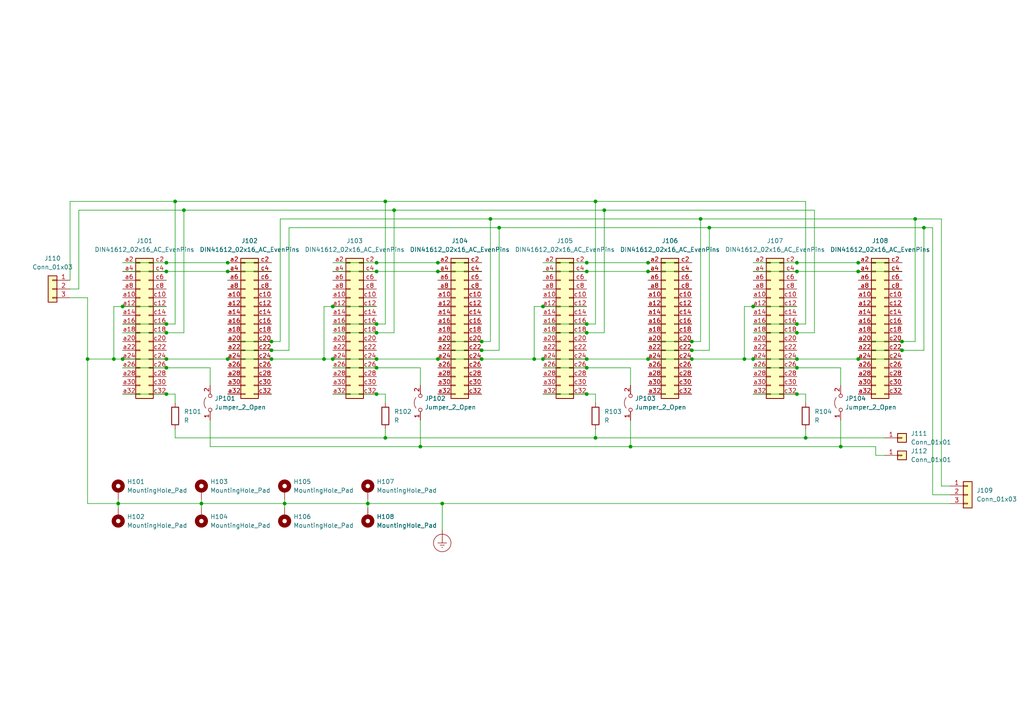
<source format=kicad_sch>
(kicad_sch (version 20211123) (generator eeschema)
  (paper "A4")
  (lib_symbols
    (symbol "Connector:DIN41612_02x16_AC_EvenPins" (pin_names (offset 1.016) hide)
      (property "Reference" "J" (at 1.27 20.32 0))
      (property "Value" "DIN41612_02x16_AC_EvenPins" (at 1.27 -22.86 0))
      (symbol "DIN41612_02x16_AC_EvenPins_1_1"
        (rectangle (start -1.27 -20.193) (end 0 -20.447) (stroke (width 0.1524)))
        (rectangle (start -1.27 -17.653) (end 0 -17.907) (stroke (width 0.1524)))
        (rectangle (start -1.27 -15.113) (end 0 -15.367) (stroke (width 0.1524)))
        (rectangle (start -1.27 -12.573) (end 0 -12.827) (stroke (width 0.1524)))
        (rectangle (start -1.27 -10.033) (end 0 -10.287) (stroke (width 0.1524)))
        (rectangle (start -1.27 -7.493) (end 0 -7.747) (stroke (width 0.1524)))
        (rectangle (start -1.27 -4.953) (end 0 -5.207) (stroke (width 0.1524)))
        (rectangle (start -1.27 -2.413) (end 0 -2.667) (stroke (width 0.1524)))
        (rectangle (start -1.27 0.127) (end 0 -0.127) (stroke (width 0.1524)))
        (rectangle (start -1.27 2.667) (end 0 2.413) (stroke (width 0.1524)))
        (rectangle (start -1.27 5.207) (end 0 4.953) (stroke (width 0.1524)))
        (rectangle (start -1.27 7.747) (end 0 7.493) (stroke (width 0.1524)))
        (rectangle (start -1.27 10.287) (end 0 10.033) (stroke (width 0.1524)))
        (rectangle (start -1.27 12.827) (end 0 12.573) (stroke (width 0.1524)))
        (rectangle (start -1.27 15.367) (end 0 15.113) (stroke (width 0.1524)))
        (rectangle (start -1.27 17.907) (end 0 17.653) (stroke (width 0.1524)))
        (rectangle (start -1.27 19.05) (end 3.81 -21.59) (stroke (width 0.254)) (fill (type background)))
        (rectangle (start 3.81 -20.193) (end 2.54 -20.447) (stroke (width 0.1524)))
        (rectangle (start 3.81 -17.653) (end 2.54 -17.907) (stroke (width 0.1524)))
        (rectangle (start 3.81 -15.113) (end 2.54 -15.367) (stroke (width 0.1524)))
        (rectangle (start 3.81 -12.573) (end 2.54 -12.827) (stroke (width 0.1524)))
        (rectangle (start 3.81 -10.033) (end 2.54 -10.287) (stroke (width 0.1524)))
        (rectangle (start 3.81 -7.493) (end 2.54 -7.747) (stroke (width 0.1524)))
        (rectangle (start 3.81 -4.953) (end 2.54 -5.207) (stroke (width 0.1524)))
        (rectangle (start 3.81 -2.413) (end 2.54 -2.667) (stroke (width 0.1524)))
        (rectangle (start 3.81 0.127) (end 2.54 -0.127) (stroke (width 0.1524)))
        (rectangle (start 3.81 2.667) (end 2.54 2.413) (stroke (width 0.1524)))
        (rectangle (start 3.81 5.207) (end 2.54 4.953) (stroke (width 0.1524)))
        (rectangle (start 3.81 7.747) (end 2.54 7.493) (stroke (width 0.1524)))
        (rectangle (start 3.81 10.287) (end 2.54 10.033) (stroke (width 0.1524)))
        (rectangle (start 3.81 12.827) (end 2.54 12.573) (stroke (width 0.1524)))
        (rectangle (start 3.81 15.367) (end 2.54 15.113) (stroke (width 0.1524)))
        (rectangle (start 3.81 17.907) (end 2.54 17.653) (stroke (width 0.1524)))
        (pin passive line (at -5.08 7.62 0) (length 3.81) (name "Pin_a10") (number "a10"))
        (pin passive line (at -5.08 5.08 0) (length 3.81) (name "Pin_a12") (number "a12"))
        (pin passive line (at -5.08 2.54 0) (length 3.81) (name "Pin_a14") (number "a14"))
        (pin passive line (at -5.08 0 0) (length 3.81) (name "Pin_a16") (number "a16"))
        (pin passive line (at -5.08 -2.54 0) (length 3.81) (name "Pin_a18") (number "a18"))
        (pin passive line (at -5.08 17.78 0) (length 3.81) (name "Pin_a2") (number "a2"))
        (pin passive line (at -5.08 -5.08 0) (length 3.81) (name "Pin_a20") (number "a20"))
        (pin passive line (at -5.08 -7.62 0) (length 3.81) (name "Pin_a22") (number "a22"))
        (pin passive line (at -5.08 -10.16 0) (length 3.81) (name "Pin_a24") (number "a24"))
        (pin passive line (at -5.08 -12.7 0) (length 3.81) (name "Pin_a26") (number "a26"))
        (pin passive line (at -5.08 -15.24 0) (length 3.81) (name "Pin_a28") (number "a28"))
        (pin passive line (at -5.08 -17.78 0) (length 3.81) (name "Pin_a30") (number "a30"))
        (pin passive line (at -5.08 -20.32 0) (length 3.81) (name "Pin_a32") (number "a32"))
        (pin passive line (at -5.08 15.24 0) (length 3.81) (name "Pin_a4") (number "a4"))
        (pin passive line (at -5.08 12.7 0) (length 3.81) (name "Pin_a6") (number "a6"))
        (pin passive line (at -5.08 10.16 0) (length 3.81) (name "Pin_a8") (number "a8"))
        (pin passive line (at 7.62 7.62 180) (length 3.81) (name "Pin_c10") (number "c10"))
        (pin passive line (at 7.62 5.08 180) (length 3.81) (name "Pin_c12") (number "c12"))
        (pin passive line (at 7.62 2.54 180) (length 3.81) (name "Pin_c14") (number "c14"))
        (pin passive line (at 7.62 0 180) (length 3.81) (name "Pin_c16") (number "c16"))
        (pin passive line (at 7.62 -2.54 180) (length 3.81) (name "Pin_c18") (number "c18"))
        (pin passive line (at 7.62 17.78 180) (length 3.81) (name "Pin_c2") (number "c2"))
        (pin passive line (at 7.62 -5.08 180) (length 3.81) (name "Pin_c20") (number "c20"))
        (pin passive line (at 7.62 -7.62 180) (length 3.81) (name "Pin_c22") (number "c22"))
        (pin passive line (at 7.62 -10.16 180) (length 3.81) (name "Pin_c24") (number "c24"))
        (pin passive line (at 7.62 -12.7 180) (length 3.81) (name "Pin_c26") (number "c26"))
        (pin passive line (at 7.62 -15.24 180) (length 3.81) (name "Pin_c28") (number "c28"))
        (pin passive line (at 7.62 -17.78 180) (length 3.81) (name "Pin_c30") (number "c30"))
        (pin passive line (at 7.62 -20.32 180) (length 3.81) (name "Pin_c32") (number "c32"))
        (pin passive line (at 7.62 15.24 180) (length 3.81) (name "Pin_c4") (number "c4"))
        (pin passive line (at 7.62 12.7 180) (length 3.81) (name "Pin_c6") (number "c6"))
        (pin passive line (at 7.62 10.16 180) (length 3.81) (name "Pin_c8") (number "c8"))
      )
    )
    (symbol "Connector_Generic:Conn_01x01" (pin_names (offset 1.016) hide)
      (property "Reference" "J" (at 0 2.54 0))
      (property "Value" "Conn_01x01" (at 0 -2.54 0))
      (symbol "Conn_01x01_1_1"
        (rectangle (start -1.27 0.127) (end 0 -0.127) (stroke (width 0.1524)))
        (rectangle (start -1.27 1.27) (end 1.27 -1.27) (stroke (width 0.254)) (fill (type background)))
        (pin passive line (at -5.08 0 0) (length 3.81) (name "Pin_1") (number "1"))
      )
    )
    (symbol "Connector_Generic:Conn_01x03" (pin_names (offset 1.016) hide)
      (property "Reference" "J" (at 0 5.08 0))
      (property "Value" "Conn_01x03" (at 0 -5.08 0))
      (symbol "Conn_01x03_1_1"
        (rectangle (start -1.27 -2.413) (end 0 -2.667) (stroke (width 0.1524)))
        (rectangle (start -1.27 0.127) (end 0 -0.127) (stroke (width 0.1524)))
        (rectangle (start -1.27 2.667) (end 0 2.413) (stroke (width 0.1524)))
        (rectangle (start -1.27 3.81) (end 1.27 -3.81) (stroke (width 0.254)) (fill (type background)))
        (pin passive line (at -5.08 2.54 0) (length 3.81) (name "Pin_1") (number "1"))
        (pin passive line (at -5.08 0 0) (length 3.81) (name "Pin_2") (number "2"))
        (pin passive line (at -5.08 -2.54 0) (length 3.81) (name "Pin_3") (number "3"))
      )
    )
    (symbol "Device:R" (pin_numbers hide) (pin_names (offset 0))
      (property "Reference" "R" (at 2.032 0 90))
      (property "Value" "R" (at 0 0 90))
      (symbol "R_0_1"
        (rectangle (start -1.016 -2.54) (end 1.016 2.54) (stroke (width 0.254)))
      )
      (symbol "R_1_1"
        (pin passive line (at 0 3.81 270) (length 1.27) (name "~") (number "1"))
        (pin passive line (at 0 -3.81 90) (length 1.27) (name "~") (number "2"))
      )
    )
    (symbol "Jumper:Jumper_2_Open" (pin_names (offset 0) hide)
      (property "Reference" "JP" (at 0 2.794 0))
      (property "Value" "Jumper_2_Open" (at 0 -2.286 0))
      (symbol "Jumper_2_Open_0_0"
        (circle (center -2.032 0) (radius 0.508))
        (circle (center 2.032 0) (radius 0.508))
      )
      (symbol "Jumper_2_Open_0_1"
        (arc (start 1.524 1.27) (mid 0 1.778) (end -1.524 1.27))
      )
      (symbol "Jumper_2_Open_1_1"
        (pin passive line (at -5.08 0 0) (length 2.54) (name "A") (number "1"))
        (pin passive line (at 5.08 0 180) (length 2.54) (name "B") (number "2"))
      )
    )
    (symbol "Mechanical:MountingHole_Pad" (pin_numbers hide) (pin_names (offset 1.016) hide)
      (property "Reference" "H" (at 0 6.35 0))
      (property "Value" "MountingHole_Pad" (at 0 4.445 0))
      (symbol "MountingHole_Pad_0_1"
        (circle (center 0 1.27) (radius 1.27) (stroke (width 1.27)))
      )
      (symbol "MountingHole_Pad_1_1"
        (pin input line (at 0 -2.54 90) (length 2.54) (name "1") (number "1"))
      )
    )
    (symbol "power:Earth_Protective" (power) (pin_names (offset 0))
      (symbol "Earth_Protective_0_1"
        (circle (center 0 -3.81) (radius 2.54))
        (polyline (pts (xy -0.635 -4.445) (xy 0.635 -4.445)))
        (polyline (pts (xy -0.127 -5.08) (xy 0.127 -5.08)))
        (polyline (pts (xy 0 -3.81) (xy 0 0)))
        (polyline (pts (xy 1.27 -3.81) (xy -1.27 -3.81)))
      )
      (symbol "Earth_Protective_1_1"
        (pin power_in line (at 0 0 270) (length 0) hide (name "Earth_Protective") (number "1"))
      )
    )
  )
  (junction (at 267.97 66.04))
  (junction (at 231.14 114.3))
  (junction (at 121.92 129.54))
  (junction (at 231.14 76.2))
  (junction (at 170.18 76.2))
  (junction (at 248.92 76.2))
  (junction (at 205.74 66.04))
  (junction (at 93.98 104.14))
  (junction (at 66.04 104.14))
  (junction (at 33.02 104.14))
  (junction (at 187.96 78.74))
  (junction (at 142.24 63.5))
  (junction (at 48.26 76.2))
  (junction (at 109.22 106.68))
  (junction (at 231.14 104.14))
  (junction (at 248.92 104.14))
  (junction (at 200.66 99.06))
  (junction (at 96.52 104.14))
  (junction (at 170.18 104.14))
  (junction (at 35.56 104.14))
  (junction (at 231.14 78.74))
  (junction (at 261.62 99.06))
  (junction (at 109.22 93.98))
  (junction (at 25.4 104.14))
  (junction (at 261.62 101.6))
  (junction (at 248.92 78.74))
  (junction (at 139.7 104.14))
  (junction (at 157.48 104.14))
  (junction (at 35.56 88.9))
  (junction (at 139.7 101.6))
  (junction (at 109.22 104.14))
  (junction (at 48.26 106.68))
  (junction (at 109.22 76.2))
  (junction (at 154.94 104.14))
  (junction (at 144.78 66.04))
  (junction (at 78.74 101.6))
  (junction (at 48.26 104.14))
  (junction (at 231.14 106.68))
  (junction (at 48.26 96.52))
  (junction (at 66.04 76.2))
  (junction (at 106.68 146.05))
  (junction (at 34.29 146.05))
  (junction (at 218.44 104.14))
  (junction (at 170.18 96.52))
  (junction (at 157.48 88.9))
  (junction (at 170.18 106.68))
  (junction (at 170.18 93.98))
  (junction (at 109.22 114.3))
  (junction (at 50.8 58.42))
  (junction (at 109.22 78.74))
  (junction (at 175.26 60.96))
  (junction (at 127 78.74))
  (junction (at 200.66 101.6))
  (junction (at 170.18 78.74))
  (junction (at 243.84 129.54))
  (junction (at 127 104.14))
  (junction (at 48.26 114.3))
  (junction (at 127 76.2))
  (junction (at 53.34 60.96))
  (junction (at 218.44 88.9))
  (junction (at 172.72 58.42))
  (junction (at 96.52 88.9))
  (junction (at 114.3 60.96))
  (junction (at 48.26 93.98))
  (junction (at 139.7 99.06))
  (junction (at 66.04 78.74))
  (junction (at 203.2 63.5))
  (junction (at 58.42 146.05))
  (junction (at 128.27 146.05))
  (junction (at 187.96 104.14))
  (junction (at 187.96 76.2))
  (junction (at 231.14 93.98))
  (junction (at 182.88 129.54))
  (junction (at 109.22 96.52))
  (junction (at 111.76 58.42))
  (junction (at 82.55 146.05))
  (junction (at 78.74 104.14))
  (junction (at 231.14 96.52))
  (junction (at 215.9 104.14))
  (junction (at 48.26 78.74))
  (junction (at 111.76 127))
  (junction (at 170.18 114.3))
  (junction (at 200.66 104.14))
  (junction (at 78.74 99.06))
  (junction (at 265.43 63.5))
  (junction (at 172.72 127))
  (junction (at 233.68 127))
  (wire (pts (xy 231.14 96.52) (xy 236.22 96.52)))
  (wire (pts (xy 139.7 101.6) (xy 144.78 101.6)))
  (wire (pts (xy 205.74 66.04) (xy 205.74 101.6)))
  (wire (pts (xy 58.42 144.78) (xy 58.42 146.05)))
  (wire (pts (xy 106.68 144.78) (xy 106.68 146.05)))
  (wire (pts (xy 78.74 76.2) (xy 66.04 76.2)))
  (wire (pts (xy 218.44 76.2) (xy 231.14 76.2)))
  (wire (pts (xy 127 99.06) (xy 139.7 99.06)))
  (wire (pts (xy 82.55 146.05) (xy 106.68 146.05)))
  (wire (pts (xy 109.22 104.14) (xy 127 104.14)))
  (wire (pts (xy 203.2 63.5) (xy 265.43 63.5)))
  (wire (pts (xy 231.14 93.98) (xy 218.44 93.98)))
  (wire (pts (xy 170.18 93.98) (xy 172.72 93.98)))
  (wire (pts (xy 243.84 129.54) (xy 254 129.54)))
  (wire (pts (xy 236.22 60.96) (xy 175.26 60.96)))
  (wire (pts (xy 127 101.6) (xy 139.7 101.6)))
  (wire (pts (xy 66.04 101.6) (xy 78.74 101.6)))
  (wire (pts (xy 60.96 121.92) (xy 60.96 129.54)))
  (wire (pts (xy 66.04 78.74) (xy 48.26 78.74)))
  (wire (pts (xy 48.26 114.3) (xy 50.8 114.3)))
  (wire (pts (xy 170.18 78.74) (xy 187.96 78.74)))
  (wire (pts (xy 50.8 58.42) (xy 111.76 58.42)))
  (wire (pts (xy 82.55 146.05) (xy 82.55 147.32)))
  (wire (pts (xy 34.29 146.05) (xy 58.42 146.05)))
  (wire (pts (xy 231.14 104.14) (xy 248.92 104.14)))
  (wire (pts (xy 66.04 99.06) (xy 78.74 99.06)))
  (wire (pts (xy 93.98 104.14) (xy 96.52 104.14)))
  (wire (pts (xy 182.88 121.92) (xy 182.88 129.54)))
  (wire (pts (xy 233.68 114.3) (xy 233.68 116.84)))
  (wire (pts (xy 78.74 101.6) (xy 83.82 101.6)))
  (wire (pts (xy 172.72 114.3) (xy 172.72 116.84)))
  (wire (pts (xy 215.9 88.9) (xy 218.44 88.9)))
  (wire (pts (xy 170.18 114.3) (xy 172.72 114.3)))
  (wire (pts (xy 248.92 78.74) (xy 231.14 78.74)))
  (wire (pts (xy 170.18 76.2) (xy 157.48 76.2)))
  (wire (pts (xy 109.22 106.68) (xy 121.92 106.68)))
  (wire (pts (xy 215.9 104.14) (xy 218.44 104.14)))
  (wire (pts (xy 93.98 88.9) (xy 96.52 88.9)))
  (wire (pts (xy 109.22 76.2) (xy 96.52 76.2)))
  (wire (pts (xy 187.96 76.2) (xy 170.18 76.2)))
  (wire (pts (xy 48.26 76.2) (xy 35.56 76.2)))
  (wire (pts (xy 157.48 88.9) (xy 170.18 88.9)))
  (wire (pts (xy 66.04 76.2) (xy 48.26 76.2)))
  (wire (pts (xy 172.72 127) (xy 233.68 127)))
  (wire (pts (xy 25.4 86.36) (xy 25.4 104.14)))
  (wire (pts (xy 81.28 63.5) (xy 142.24 63.5)))
  (wire (pts (xy 58.42 146.05) (xy 58.42 147.32)))
  (wire (pts (xy 261.62 76.2) (xy 248.92 76.2)))
  (wire (pts (xy 182.88 129.54) (xy 243.84 129.54)))
  (wire (pts (xy 270.51 66.04) (xy 270.51 143.51)))
  (wire (pts (xy 93.98 104.14) (xy 93.98 88.9)))
  (wire (pts (xy 231.14 88.9) (xy 218.44 88.9)))
  (wire (pts (xy 50.8 127) (xy 111.76 127)))
  (wire (pts (xy 187.96 78.74) (xy 200.66 78.74)))
  (wire (pts (xy 83.82 66.04) (xy 144.78 66.04)))
  (wire (pts (xy 170.18 106.68) (xy 182.88 106.68)))
  (wire (pts (xy 275.59 143.51) (xy 270.51 143.51)))
  (wire (pts (xy 33.02 104.14) (xy 35.56 104.14)))
  (wire (pts (xy 273.05 63.5) (xy 265.43 63.5)))
  (wire (pts (xy 34.29 146.05) (xy 25.4 146.05)))
  (wire (pts (xy 231.14 93.98) (xy 233.68 93.98)))
  (wire (pts (xy 34.29 146.05) (xy 34.29 147.32)))
  (wire (pts (xy 139.7 76.2) (xy 127 76.2)))
  (wire (pts (xy 111.76 127) (xy 172.72 127)))
  (wire (pts (xy 121.92 121.92) (xy 121.92 129.54)))
  (wire (pts (xy 48.26 96.52) (xy 53.34 96.52)))
  (wire (pts (xy 35.56 114.3) (xy 48.26 114.3)))
  (wire (pts (xy 109.22 93.98) (xy 96.52 93.98)))
  (wire (pts (xy 48.26 104.14) (xy 66.04 104.14)))
  (wire (pts (xy 33.02 104.14) (xy 33.02 88.9)))
  (wire (pts (xy 96.52 104.14) (xy 109.22 104.14)))
  (wire (pts (xy 96.52 78.74) (xy 109.22 78.74)))
  (wire (pts (xy 267.97 66.04) (xy 267.97 101.6)))
  (wire (pts (xy 50.8 114.3) (xy 50.8 116.84)))
  (wire (pts (xy 96.52 88.9) (xy 109.22 88.9)))
  (wire (pts (xy 96.52 96.52) (xy 109.22 96.52)))
  (wire (pts (xy 109.22 114.3) (xy 111.76 114.3)))
  (wire (pts (xy 157.48 106.68) (xy 170.18 106.68)))
  (wire (pts (xy 81.28 63.5) (xy 81.28 99.06)))
  (wire (pts (xy 200.66 101.6) (xy 205.74 101.6)))
  (wire (pts (xy 187.96 99.06) (xy 200.66 99.06)))
  (wire (pts (xy 22.86 83.82) (xy 22.86 60.96)))
  (wire (pts (xy 243.84 106.68) (xy 243.84 111.76)))
  (wire (pts (xy 175.26 60.96) (xy 114.3 60.96)))
  (wire (pts (xy 243.84 121.92) (xy 243.84 129.54)))
  (wire (pts (xy 248.92 99.06) (xy 261.62 99.06)))
  (wire (pts (xy 157.48 104.14) (xy 170.18 104.14)))
  (wire (pts (xy 157.48 78.74) (xy 170.18 78.74)))
  (wire (pts (xy 111.76 124.46) (xy 111.76 127)))
  (wire (pts (xy 254 129.54) (xy 254 132.08)))
  (wire (pts (xy 127 78.74) (xy 139.7 78.74)))
  (wire (pts (xy 78.74 104.14) (xy 93.98 104.14)))
  (wire (pts (xy 175.26 60.96) (xy 175.26 96.52)))
  (wire (pts (xy 139.7 99.06) (xy 142.24 99.06)))
  (wire (pts (xy 231.14 76.2) (xy 248.92 76.2)))
  (wire (pts (xy 60.96 106.68) (xy 60.96 111.76)))
  (wire (pts (xy 200.66 76.2) (xy 187.96 76.2)))
  (wire (pts (xy 22.86 60.96) (xy 53.34 60.96)))
  (wire (pts (xy 187.96 101.6) (xy 200.66 101.6)))
  (wire (pts (xy 60.96 129.54) (xy 121.92 129.54)))
  (wire (pts (xy 270.51 66.04) (xy 267.97 66.04)))
  (wire (pts (xy 50.8 58.42) (xy 50.8 93.98)))
  (wire (pts (xy 200.66 104.14) (xy 215.9 104.14)))
  (wire (pts (xy 139.7 104.14) (xy 154.94 104.14)))
  (wire (pts (xy 231.14 114.3) (xy 218.44 114.3)))
  (wire (pts (xy 96.52 114.3) (xy 109.22 114.3)))
  (wire (pts (xy 35.56 93.98) (xy 48.26 93.98)))
  (wire (pts (xy 154.94 88.9) (xy 157.48 88.9)))
  (wire (pts (xy 48.26 106.68) (xy 60.96 106.68)))
  (wire (pts (xy 157.48 93.98) (xy 170.18 93.98)))
  (wire (pts (xy 83.82 66.04) (xy 83.82 101.6)))
  (wire (pts (xy 48.26 93.98) (xy 50.8 93.98)))
  (wire (pts (xy 144.78 66.04) (xy 144.78 101.6)))
  (wire (pts (xy 66.04 104.14) (xy 78.74 104.14)))
  (wire (pts (xy 154.94 104.14) (xy 154.94 88.9)))
  (wire (pts (xy 231.14 78.74) (xy 218.44 78.74)))
  (wire (pts (xy 142.24 63.5) (xy 203.2 63.5)))
  (wire (pts (xy 157.48 96.52) (xy 170.18 96.52)))
  (wire (pts (xy 231.14 114.3) (xy 233.68 114.3)))
  (wire (pts (xy 144.78 66.04) (xy 205.74 66.04)))
  (wire (pts (xy 275.59 140.97) (xy 273.05 140.97)))
  (wire (pts (xy 48.26 78.74) (xy 35.56 78.74)))
  (wire (pts (xy 233.68 127) (xy 256.54 127)))
  (wire (pts (xy 109.22 93.98) (xy 111.76 93.98)))
  (wire (pts (xy 50.8 124.46) (xy 50.8 127)))
  (wire (pts (xy 25.4 104.14) (xy 25.4 146.05)))
  (wire (pts (xy 233.68 93.98) (xy 233.68 58.42)))
  (wire (pts (xy 182.88 106.68) (xy 182.88 111.76)))
  (wire (pts (xy 33.02 88.9) (xy 35.56 88.9)))
  (wire (pts (xy 109.22 78.74) (xy 127 78.74)))
  (wire (pts (xy 106.68 146.05) (xy 106.68 147.32)))
  (wire (pts (xy 172.72 93.98) (xy 172.72 58.42)))
  (wire (pts (xy 53.34 60.96) (xy 53.34 96.52)))
  (wire (pts (xy 121.92 106.68) (xy 121.92 111.76)))
  (wire (pts (xy 35.56 96.52) (xy 48.26 96.52)))
  (wire (pts (xy 128.27 146.05) (xy 275.59 146.05)))
  (wire (pts (xy 172.72 124.46) (xy 172.72 127)))
  (wire (pts (xy 127 104.14) (xy 139.7 104.14)))
  (wire (pts (xy 205.74 66.04) (xy 267.97 66.04)))
  (wire (pts (xy 121.92 129.54) (xy 182.88 129.54)))
  (wire (pts (xy 35.56 88.9) (xy 48.26 88.9)))
  (wire (pts (xy 96.52 106.68) (xy 109.22 106.68)))
  (wire (pts (xy 114.3 60.96) (xy 114.3 96.52)))
  (wire (pts (xy 254 132.08) (xy 256.54 132.08)))
  (wire (pts (xy 78.74 78.74) (xy 66.04 78.74)))
  (wire (pts (xy 200.66 99.06) (xy 203.2 99.06)))
  (wire (pts (xy 25.4 104.14) (xy 33.02 104.14)))
  (wire (pts (xy 261.62 101.6) (xy 267.97 101.6)))
  (wire (pts (xy 128.27 146.05) (xy 128.27 153.67)))
  (wire (pts (xy 170.18 114.3) (xy 157.48 114.3)))
  (wire (pts (xy 203.2 99.06) (xy 203.2 63.5)))
  (wire (pts (xy 187.96 104.14) (xy 200.66 104.14)))
  (wire (pts (xy 248.92 101.6) (xy 261.62 101.6)))
  (wire (pts (xy 218.44 106.68) (xy 231.14 106.68)))
  (wire (pts (xy 236.22 60.96) (xy 236.22 96.52)))
  (wire (pts (xy 142.24 99.06) (xy 142.24 63.5)))
  (wire (pts (xy 58.42 146.05) (xy 82.55 146.05)))
  (wire (pts (xy 20.32 83.82) (xy 22.86 83.82)))
  (wire (pts (xy 231.14 106.68) (xy 243.84 106.68)))
  (wire (pts (xy 35.56 104.14) (xy 48.26 104.14)))
  (wire (pts (xy 106.68 146.05) (xy 128.27 146.05)))
  (wire (pts (xy 35.56 106.68) (xy 48.26 106.68)))
  (wire (pts (xy 20.32 58.42) (xy 20.32 81.28)))
  (wire (pts (xy 82.55 144.78) (xy 82.55 146.05)))
  (wire (pts (xy 172.72 58.42) (xy 233.68 58.42)))
  (wire (pts (xy 261.62 99.06) (xy 265.43 99.06)))
  (wire (pts (xy 261.62 78.74) (xy 248.92 78.74)))
  (wire (pts (xy 215.9 104.14) (xy 215.9 88.9)))
  (wire (pts (xy 218.44 96.52) (xy 231.14 96.52)))
  (wire (pts (xy 34.29 144.78) (xy 34.29 146.05)))
  (wire (pts (xy 109.22 96.52) (xy 114.3 96.52)))
  (wire (pts (xy 111.76 114.3) (xy 111.76 116.84)))
  (wire (pts (xy 170.18 96.52) (xy 175.26 96.52)))
  (wire (pts (xy 53.34 60.96) (xy 114.3 60.96)))
  (wire (pts (xy 218.44 104.14) (xy 231.14 104.14)))
  (wire (pts (xy 20.32 86.36) (xy 25.4 86.36)))
  (wire (pts (xy 248.92 104.14) (xy 261.62 104.14)))
  (wire (pts (xy 111.76 93.98) (xy 111.76 58.42)))
  (wire (pts (xy 154.94 104.14) (xy 157.48 104.14)))
  (wire (pts (xy 233.68 127) (xy 233.68 124.46)))
  (wire (pts (xy 20.32 58.42) (xy 50.8 58.42)))
  (wire (pts (xy 127 76.2) (xy 109.22 76.2)))
  (wire (pts (xy 273.05 140.97) (xy 273.05 63.5)))
  (wire (pts (xy 265.43 99.06) (xy 265.43 63.5)))
  (wire (pts (xy 78.74 99.06) (xy 81.28 99.06)))
  (wire (pts (xy 170.18 104.14) (xy 187.96 104.14)))
  (wire (pts (xy 111.76 58.42) (xy 172.72 58.42)))
  (symbol (lib_id "Connector:DIN41612_02x16_AC_EvenPins") (at 254 93.98 0) (unit 1)
    (property "Reference" "J108" (at 255.27 69.85 0))
    (property "Value" "DIN41612_02x16_AC_EvenPins" (at 255.27 72.39 0))
    (property "Footprint" "Connector_DIN:DIN41612_C_2x16_Female_Vertical_THT" (effects hide))
    (property "Datasheet" "https://docs.rs-online.com/896e/0900766b8136231d.pdf" (effects hide))
  )
  (symbol (lib_id "Connector:DIN41612_02x16_AC_EvenPins") (at 162.56 93.98 0) (unit 1)
    (property "Reference" "J105" (at 163.83 69.85 0))
    (property "Value" "DIN41612_02x16_AC_EvenPins" (at 163.83 72.39 0))
    (property "Footprint" "Connector_DIN:DIN41612_C_2x16_Female_Vertical_THT" (effects hide))
    (property "Datasheet" "https://docs.rs-online.com/896e/0900766b8136231d.pdf" (effects hide))
  )
  (symbol (lib_id "Connector_Generic:Conn_01x03") (at 15.24 83.82 0) (mirror y) (unit 1)
    (property "Reference" "J110" (at 15.24 74.93 0))
    (property "Value" "Conn_01x03" (at 15.24 77.47 0))
    (property "Footprint" "Connector_JST:JST_PH_B3B-PH-K_1x03_P2.00mm_Vertical" (effects hide))
  )
  (symbol (lib_id "Connector_Generic:Conn_01x01") (at 261.62 132.08 0) (unit 1)
    (property "Reference" "J112" (at 264.16 130.8099 0) (effects (justify left)))
    (property "Value" "Conn_01x01" (at 264.16 133.3499 0) (effects (justify left)))
    (property "Footprint" "Connector_Wire:SolderWire-0.5sqmm_1x01_D0.9mm_OD2.1mm" (effects hide))
  )
  (symbol (lib_id "Device:R") (at 233.68 120.65 0) (unit 1)
    (property "Reference" "R104" (at 236.22 119.3799 0) (effects (justify left)))
    (property "Value" "R" (at 236.22 121.9199 0) (effects (justify left)))
    (property "Footprint" "Resistor_SMD:R_0805_2012Metric" (effects hide))
  )
  (symbol (lib_id "Connector:DIN41612_02x16_AC_EvenPins") (at 101.6 93.98 0) (unit 1)
    (property "Reference" "J103" (at 102.87 69.85 0))
    (property "Value" "DIN41612_02x16_AC_EvenPins" (at 102.87 72.39 0))
    (property "Footprint" "Connector_DIN:DIN41612_C_2x16_Female_Vertical_THT" (effects hide))
    (property "Datasheet" "https://docs.rs-online.com/896e/0900766b8136231d.pdf" (effects hide))
  )
  (symbol (lib_id "Mechanical:MountingHole_Pad") (at 34.29 149.86 180) (unit 1)
    (property "Reference" "H102" (at 36.83 149.8599 0) (effects (justify right)))
    (property "Value" "MountingHole_Pad" (at 36.83 152.3999 0) (effects (justify right)))
    (property "Footprint" "MountingHole:MountingHole_2.5mm_Pad" (effects hide))
  )
  (symbol (lib_id "Jumper:Jumper_2_Open") (at 121.92 116.84 90) (unit 1)
    (property "Reference" "JP102" (at 123.19 115.5699 90) (effects (justify right)))
    (property "Value" "Jumper_2_Open" (at 123.19 118.1099 90) (effects (justify right)))
    (property "Footprint" "Jumper:SolderJumper-2_P1.3mm_Open_RoundedPad1.0x1.5mm" (effects hide))
  )
  (symbol (lib_id "Mechanical:MountingHole_Pad") (at 34.29 142.24 0) (unit 1)
    (property "Reference" "H101" (at 36.83 139.6999 0) (effects (justify left)))
    (property "Value" "MountingHole_Pad" (at 36.83 142.2399 0) (effects (justify left)))
    (property "Footprint" "MountingHole:MountingHole_2.5mm_Pad" (effects hide))
  )
  (symbol (lib_id "Connector:DIN41612_02x16_AC_EvenPins") (at 193.04 93.98 0) (unit 1)
    (property "Reference" "J106" (at 194.31 69.85 0))
    (property "Value" "DIN41612_02x16_AC_EvenPins" (at 194.31 72.39 0))
    (property "Footprint" "Connector_DIN:DIN41612_C_2x16_Female_Vertical_THT" (effects hide))
    (property "Datasheet" "https://docs.rs-online.com/896e/0900766b8136231d.pdf" (effects hide))
  )
  (symbol (lib_id "Jumper:Jumper_2_Open") (at 243.84 116.84 90) (unit 1)
    (property "Reference" "JP104" (at 245.11 115.5699 90) (effects (justify right)))
    (property "Value" "Jumper_2_Open" (at 245.11 118.1099 90) (effects (justify right)))
    (property "Footprint" "Jumper:SolderJumper-2_P1.3mm_Open_RoundedPad1.0x1.5mm" (effects hide))
  )
  (symbol (lib_id "Mechanical:MountingHole_Pad") (at 106.68 142.24 0) (unit 1)
    (property "Reference" "H107" (at 109.22 139.6999 0) (effects (justify left)))
    (property "Value" "MountingHole_Pad" (at 109.22 142.2399 0) (effects (justify left)))
    (property "Footprint" "MountingHole:MountingHole_2.5mm_Pad" (effects hide))
  )
  (symbol (lib_id "Connector:DIN41612_02x16_AC_EvenPins") (at 71.12 93.98 0) (unit 1)
    (property "Reference" "J102" (at 72.39 69.85 0))
    (property "Value" "DIN41612_02x16_AC_EvenPins" (at 72.39 72.39 0))
    (property "Footprint" "Connector_DIN:DIN41612_C_2x16_Female_Vertical_THT" (effects hide))
    (property "Datasheet" "https://docs.rs-online.com/896e/0900766b8136231d.pdf" (effects hide))
  )
  (symbol (lib_id "Connector:DIN41612_02x16_AC_EvenPins") (at 223.52 93.98 0) (unit 1)
    (property "Reference" "J107" (at 224.79 69.85 0))
    (property "Value" "DIN41612_02x16_AC_EvenPins" (at 224.79 72.39 0))
    (property "Footprint" "Connector_DIN:DIN41612_C_2x16_Female_Vertical_THT" (effects hide))
    (property "Datasheet" "https://docs.rs-online.com/896e/0900766b8136231d.pdf" (effects hide))
  )
  (symbol (lib_id "Device:R") (at 172.72 120.65 0) (unit 1)
    (property "Reference" "R103" (at 175.26 119.3799 0) (effects (justify left)))
    (property "Value" "R" (at 175.26 121.9199 0) (effects (justify left)))
    (property "Footprint" "Resistor_SMD:R_0805_2012Metric" (effects hide))
  )
  (symbol (lib_id "Connector:DIN41612_02x16_AC_EvenPins") (at 40.64 93.98 0) (unit 1)
    (property "Reference" "J101" (at 41.91 69.85 0))
    (property "Value" "DIN41612_02x16_AC_EvenPins" (at 41.91 72.39 0))
    (property "Footprint" "Connector_DIN:DIN41612_C_2x16_Female_Vertical_THT" (effects hide))
    (property "Datasheet" "https://docs.rs-online.com/896e/0900766b8136231d.pdf" (effects hide))
  )
  (symbol (lib_id "Jumper:Jumper_2_Open") (at 60.96 116.84 90) (unit 1)
    (property "Reference" "JP101" (at 62.23 115.5699 90) (effects (justify right)))
    (property "Value" "Jumper_2_Open" (at 62.23 118.1099 90) (effects (justify right)))
    (property "Footprint" "Jumper:SolderJumper-2_P1.3mm_Open_RoundedPad1.0x1.5mm" (effects hide))
  )
  (symbol (lib_id "power:Earth_Protective") (at 128.27 153.67 0) (unit 1)
    (property "Reference" "#PWR0101" (effects hide))
    (property "Value" "Earth_Protective" (effects hide))
  )
  (symbol (lib_id "Mechanical:MountingHole_Pad") (at 58.42 142.24 0) (unit 1)
    (property "Reference" "H103" (at 60.96 139.6999 0) (effects (justify left)))
    (property "Value" "MountingHole_Pad" (at 60.96 142.2399 0) (effects (justify left)))
    (property "Footprint" "MountingHole:MountingHole_2.5mm_Pad" (effects hide))
  )
  (symbol (lib_id "Jumper:Jumper_2_Open") (at 182.88 116.84 90) (unit 1)
    (property "Reference" "JP103" (at 184.15 115.5699 90) (effects (justify right)))
    (property "Value" "Jumper_2_Open" (at 184.15 118.1099 90) (effects (justify right)))
    (property "Footprint" "Jumper:SolderJumper-2_P1.3mm_Open_RoundedPad1.0x1.5mm" (effects hide))
  )
  (symbol (lib_id "Mechanical:MountingHole_Pad") (at 82.55 142.24 0) (unit 1)
    (property "Reference" "H105" (at 85.09 139.6999 0) (effects (justify left)))
    (property "Value" "MountingHole_Pad" (at 85.09 142.2399 0) (effects (justify left)))
    (property "Footprint" "MountingHole:MountingHole_2.5mm_Pad" (effects hide))
  )
  (symbol (lib_id "Device:R") (at 50.8 120.65 0) (unit 1)
    (property "Reference" "R101" (at 53.34 119.3799 0) (effects (justify left)))
    (property "Value" "R" (at 53.34 121.9199 0) (effects (justify left)))
    (property "Footprint" "Resistor_SMD:R_0805_2012Metric" (effects hide))
  )
  (symbol (lib_id "Connector:DIN41612_02x16_AC_EvenPins") (at 132.08 93.98 0) (unit 1)
    (property "Reference" "J104" (at 133.35 69.85 0))
    (property "Value" "DIN41612_02x16_AC_EvenPins" (at 133.35 72.39 0))
    (property "Footprint" "Connector_DIN:DIN41612_C_2x16_Female_Vertical_THT" (effects hide))
    (property "Datasheet" "https://docs.rs-online.com/896e/0900766b8136231d.pdf" (effects hide))
  )
  (symbol (lib_id "Mechanical:MountingHole_Pad") (at 106.68 149.86 180) (unit 1)
    (property "Reference" "H108" (at 109.22 149.8599 0) (effects (justify right)))
    (property "Value" "MountingHole_Pad" (at 109.22 152.3999 0) (effects (justify right)))
    (property "Footprint" "MountingHole:MountingHole_2.5mm_Pad" (effects hide))
  )
  (symbol (lib_id "Mechanical:MountingHole_Pad") (at 58.42 149.86 180) (unit 1)
    (property "Reference" "H104" (at 60.96 149.8599 0) (effects (justify right)))
    (property "Value" "MountingHole_Pad" (at 60.96 152.3999 0) (effects (justify right)))
    (property "Footprint" "MountingHole:MountingHole_2.5mm_Pad" (effects hide))
  )
  (symbol (lib_id "Connector_Generic:Conn_01x03") (at 280.67 143.51 0) (unit 1)
    (property "Reference" "J109" (at 283.21 142.2399 0) (effects (justify left)))
    (property "Value" "Conn_01x03" (at 283.21 144.7799 0) (effects (justify left)))
    (property "Footprint" "TerminalBlock_WAGO:TerminalBlock_WAGO_804-103_1x03_P5.00mm_45Degree" (effects hide))
  )
  (symbol (lib_id "Connector_Generic:Conn_01x01") (at 261.62 127 0) (unit 1)
    (property "Reference" "J111" (at 264.16 125.7299 0) (effects (justify left)))
    (property "Value" "Conn_01x01" (at 264.16 128.2699 0) (effects (justify left)))
    (property "Footprint" "Connector_Wire:SolderWire-0.5sqmm_1x01_D0.9mm_OD2.1mm" (effects hide))
  )
  (symbol (lib_id "Device:R") (at 111.76 120.65 0) (unit 1)
    (property "Reference" "R102" (at 114.3 119.3799 0) (effects (justify left)))
    (property "Value" "R" (at 114.3 121.9199 0) (effects (justify left)))
    (property "Footprint" "Resistor_SMD:R_0805_2012Metric" (effects hide))
  )
  (symbol (lib_id "Mechanical:MountingHole_Pad") (at 82.55 149.86 180) (unit 1)
    (property "Reference" "H106" (at 85.09 149.8599 0) (effects (justify right)))
    (property "Value" "MountingHole_Pad" (at 85.09 152.3999 0) (effects (justify right)))
    (property "Footprint" "MountingHole:MountingHole_2.5mm_Pad" (effects hide))
  )
)
</source>
